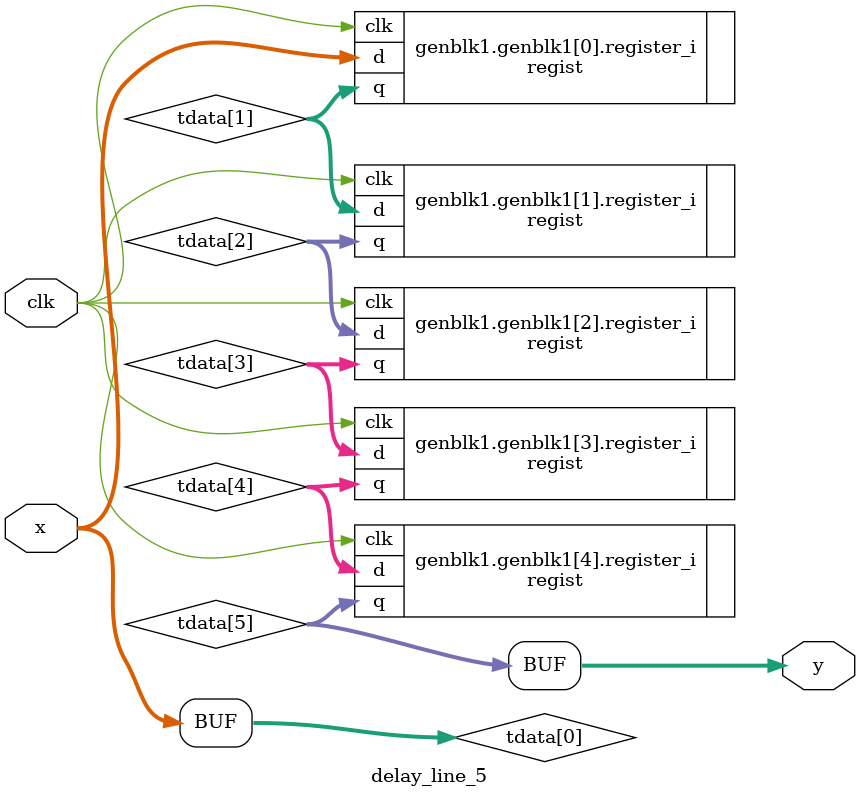
<source format=v>
`timescale 1ns / 1ps


module delay_line_5
#(
    parameter DELAY = 5,
    parameter N = 9
)

(
    input clk,
    input [N-1:0]x,
    output [N-1:0]y
);

wire [N-1:0] tdata [DELAY:0];

genvar i;

generate

    if(DELAY>0)
    begin
    
        for(i=0;i<DELAY;i=i+1)
        begin
            regist register_i (
                .clk(clk),
                .d(tdata[i]),
                .q(tdata[i+1])
            );
        end
    
    end
    
    

endgenerate

if(DELAY>0)
begin
    assign tdata[0]=x;
    assign y=tdata[DELAY];
end
else assign y=x;

endmodule

</source>
